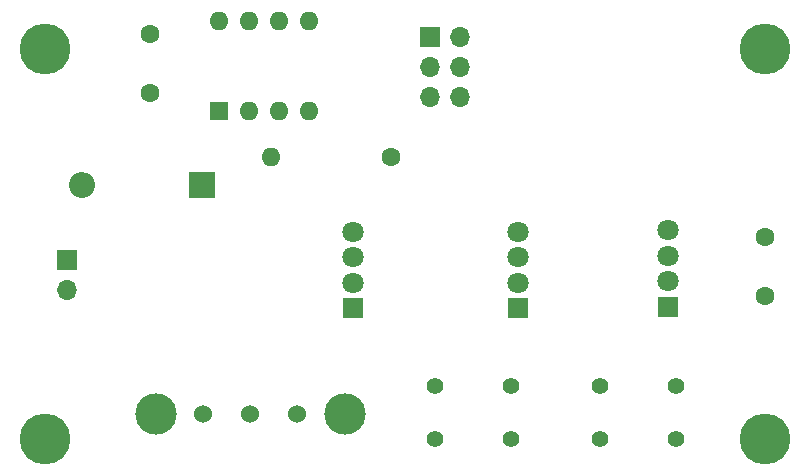
<source format=gbr>
%TF.GenerationSoftware,KiCad,Pcbnew,8.0.6-8.0.6-0~ubuntu22.04.1*%
%TF.CreationDate,2024-11-09T10:11:16-05:00*%
%TF.ProjectId,girl_scouts_blinker,6769726c-5f73-4636-9f75-74735f626c69,rev?*%
%TF.SameCoordinates,Original*%
%TF.FileFunction,Soldermask,Bot*%
%TF.FilePolarity,Negative*%
%FSLAX46Y46*%
G04 Gerber Fmt 4.6, Leading zero omitted, Abs format (unit mm)*
G04 Created by KiCad (PCBNEW 8.0.6-8.0.6-0~ubuntu22.04.1) date 2024-11-09 10:11:16*
%MOMM*%
%LPD*%
G01*
G04 APERTURE LIST*
%ADD10C,4.300000*%
%ADD11R,1.800000X1.800000*%
%ADD12C,1.800000*%
%ADD13R,1.700000X1.700000*%
%ADD14O,1.700000X1.700000*%
%ADD15C,1.600000*%
%ADD16R,2.200000X2.200000*%
%ADD17O,2.200000X2.200000*%
%ADD18O,1.600000X1.600000*%
%ADD19R,1.600000X1.600000*%
%ADD20C,1.397000*%
%ADD21C,1.524000*%
%ADD22C,3.500000*%
G04 APERTURE END LIST*
D10*
%TO.C,H4*%
X109220000Y-81280000D03*
%TD*%
D11*
%TO.C,D3*%
X88341200Y-70199850D03*
D12*
X88341200Y-68040850D03*
X88341200Y-65881850D03*
X88341200Y-63722850D03*
%TD*%
D10*
%TO.C,H2*%
X109220000Y-48260000D03*
%TD*%
D13*
%TO.C,J1*%
X80899000Y-47244000D03*
D14*
X83439000Y-47244000D03*
X80899000Y-49784000D03*
X83439000Y-49784000D03*
X80899000Y-52324000D03*
X83439000Y-52324000D03*
%TD*%
D13*
%TO.C,BT1*%
X50165000Y-66120000D03*
D14*
X50165000Y-68660000D03*
%TD*%
D11*
%TO.C,D4*%
X101041200Y-70072850D03*
D12*
X101041200Y-67913850D03*
X101041200Y-65754850D03*
X101041200Y-63595850D03*
%TD*%
D15*
%TO.C,C2*%
X57150000Y-46990000D03*
X57150000Y-51990000D03*
%TD*%
D11*
%TO.C,D1*%
X74371200Y-70199850D03*
D12*
X74371200Y-68040850D03*
X74371200Y-65881850D03*
X74371200Y-63722850D03*
%TD*%
D16*
%TO.C,D2*%
X61595000Y-59770000D03*
D17*
X51435000Y-59770000D03*
%TD*%
D15*
%TO.C,R1*%
X77597000Y-57404000D03*
D18*
X67437000Y-57404000D03*
%TD*%
D19*
%TO.C,U1*%
X63002000Y-53457000D03*
D18*
X65542000Y-53457000D03*
X68082000Y-53457000D03*
X70622000Y-53457000D03*
X70622000Y-45837000D03*
X68082000Y-45837000D03*
X65542000Y-45837000D03*
X63002000Y-45837000D03*
%TD*%
D10*
%TO.C,H1*%
X48260000Y-48260000D03*
%TD*%
D15*
%TO.C,C1*%
X109220000Y-64175000D03*
X109220000Y-69175000D03*
%TD*%
D10*
%TO.C,H3*%
X48260000Y-81280000D03*
%TD*%
D20*
%TO.C,SW2*%
X101752400Y-76784200D03*
X101752400Y-81280000D03*
X95250000Y-81280000D03*
X95250000Y-76784200D03*
%TD*%
D21*
%TO.C,SW3*%
X61659000Y-79121000D03*
X65659000Y-79121000D03*
X69659000Y-79121000D03*
D22*
X57659000Y-79121000D03*
X73659000Y-79121000D03*
%TD*%
D20*
%TO.C,SW1*%
X87782400Y-76784200D03*
X87782400Y-81280000D03*
X81280000Y-81280000D03*
X81280000Y-76784200D03*
%TD*%
M02*

</source>
